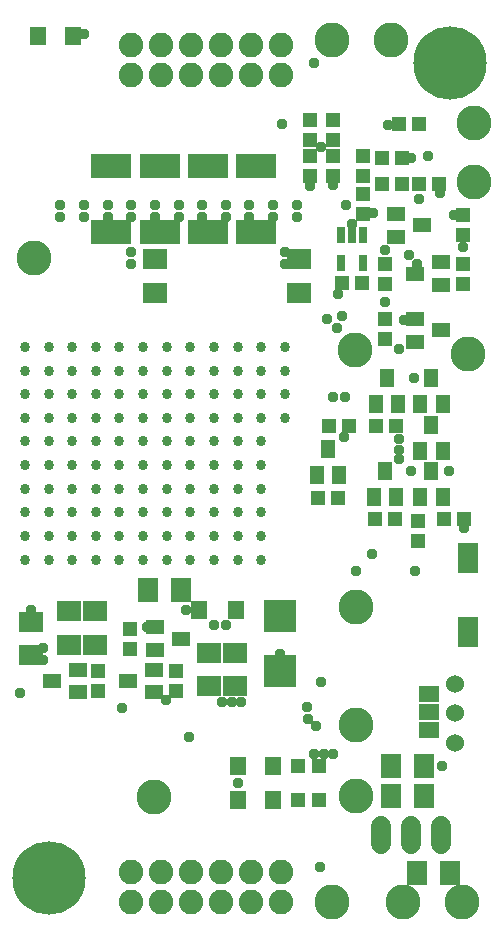
<source format=gbr>
G04 EAGLE Gerber RS-274X export*
G75*
%MOMM*%
%FSLAX34Y34*%
%LPD*%
%INSoldermask Bottom*%
%IPPOS*%
%AMOC8*
5,1,8,0,0,1.08239X$1,22.5*%
G01*
%ADD10R,1.803200X2.003200*%
%ADD11C,1.711200*%
%ADD12R,1.303200X1.203200*%
%ADD13R,0.771200X1.462000*%
%ADD14R,1.603200X1.203200*%
%ADD15R,3.403200X2.003200*%
%ADD16C,2.963200*%
%ADD17R,2.006200X1.803200*%
%ADD18R,1.803200X2.006200*%
%ADD19R,1.203200X1.603200*%
%ADD20R,1.203200X1.303200*%
%ADD21R,1.403200X1.603200*%
%ADD22C,1.524000*%
%ADD23C,2.082800*%
%ADD24R,1.803200X2.503200*%
%ADD25R,2.743200X2.743200*%
%ADD26R,1.317800X1.564400*%
%ADD27R,1.803400X1.371600*%
%ADD28C,3.903200*%
%ADD29C,6.203200*%
%ADD30C,0.959600*%
%ADD31C,0.859600*%


D10*
X358000Y110000D03*
X330000Y110000D03*
D11*
X347000Y84540D02*
X347000Y69460D01*
X321600Y69460D02*
X321600Y84540D01*
X372400Y84540D02*
X372400Y69460D01*
D10*
X358000Y135000D03*
X330000Y135000D03*
X352000Y45000D03*
X380000Y45000D03*
D12*
X322500Y650000D03*
X339500Y650000D03*
X306000Y602500D03*
X306000Y619500D03*
X306000Y634500D03*
X306000Y651500D03*
D13*
X287475Y585192D03*
X297000Y585192D03*
X306525Y585192D03*
X306525Y560808D03*
X287475Y560808D03*
D12*
X325000Y543500D03*
X325000Y560500D03*
X261000Y682500D03*
X261000Y665500D03*
X281000Y665500D03*
X281000Y682500D03*
D14*
X356000Y593000D03*
X334000Y583500D03*
X334000Y602500D03*
D12*
X391000Y584500D03*
X391000Y601500D03*
D14*
X372000Y504000D03*
X350000Y494500D03*
X350000Y513500D03*
X350000Y552000D03*
X372000Y561500D03*
X372000Y542500D03*
D12*
X391000Y560500D03*
X391000Y543500D03*
X325000Y513500D03*
X325000Y496500D03*
D15*
X216000Y643000D03*
X216000Y587000D03*
D16*
X390000Y20000D03*
X300000Y170000D03*
X299500Y487000D03*
X400000Y630000D03*
X280000Y750000D03*
X330000Y750000D03*
D12*
X261000Y651500D03*
X261000Y634500D03*
D17*
X252000Y535780D03*
X252000Y564220D03*
D18*
X152220Y284000D03*
X123780Y284000D03*
D17*
X25000Y257220D03*
X25000Y228780D03*
X130000Y535780D03*
X130000Y564220D03*
D14*
X43000Y207000D03*
X65000Y216500D03*
X65000Y197500D03*
D12*
X82000Y215500D03*
X82000Y198500D03*
D16*
X129000Y109000D03*
X300000Y270000D03*
X28000Y565000D03*
D14*
X152000Y243000D03*
X130000Y233500D03*
X130000Y252500D03*
D19*
X364000Y424000D03*
X373500Y402000D03*
X354500Y402000D03*
D14*
X107000Y207000D03*
X129000Y216500D03*
X129000Y197500D03*
D12*
X148000Y215500D03*
X148000Y198500D03*
D20*
X316500Y344000D03*
X333500Y344000D03*
D12*
X109000Y234500D03*
X109000Y251500D03*
D16*
X395000Y484000D03*
D17*
X176000Y231220D03*
X176000Y202780D03*
D19*
X325000Y385000D03*
X334500Y363000D03*
X315500Y363000D03*
D20*
X374500Y344000D03*
X391500Y344000D03*
D21*
X230000Y106000D03*
X200000Y106000D03*
X61000Y753000D03*
X31000Y753000D03*
X230000Y135000D03*
X200000Y135000D03*
D20*
X268500Y106000D03*
X251500Y106000D03*
X353500Y628000D03*
X370500Y628000D03*
X268500Y135000D03*
X251500Y135000D03*
D16*
X400000Y680000D03*
X300000Y110000D03*
X340000Y20000D03*
X280000Y20000D03*
D12*
X305500Y544000D03*
X288500Y544000D03*
D19*
X326500Y464000D03*
X336000Y442000D03*
X317000Y442000D03*
D20*
X334000Y423000D03*
X317000Y423000D03*
X268000Y362000D03*
X285000Y362000D03*
D19*
X276500Y404000D03*
X286000Y382000D03*
X267000Y382000D03*
D20*
X277500Y423000D03*
X294500Y423000D03*
D19*
X364000Y464000D03*
X373500Y442000D03*
X354500Y442000D03*
X364000Y385000D03*
X373500Y363000D03*
X354500Y363000D03*
D22*
X384000Y155000D03*
X384000Y179892D03*
X384000Y205038D03*
D17*
X57000Y237780D03*
X57000Y266220D03*
D12*
X322500Y628000D03*
X339500Y628000D03*
D23*
X110000Y720000D03*
X110000Y745400D03*
X135400Y720000D03*
X135400Y745400D03*
X160800Y720000D03*
X160800Y745400D03*
X186200Y720000D03*
X186200Y745400D03*
X211600Y720000D03*
X211600Y745400D03*
X237000Y720000D03*
X237000Y745400D03*
X110000Y20000D03*
X110000Y45400D03*
X135400Y20000D03*
X135400Y45400D03*
X160800Y20000D03*
X160800Y45400D03*
X186200Y20000D03*
X186200Y45400D03*
X211600Y20000D03*
X211600Y45400D03*
X237000Y20000D03*
X237000Y45400D03*
D12*
X353000Y342500D03*
X353000Y325500D03*
D24*
X395000Y248500D03*
X395000Y311500D03*
D20*
X281000Y651500D03*
X281000Y634500D03*
D25*
X236000Y262495D03*
X236000Y215505D03*
D26*
X199004Y267000D03*
X166996Y267000D03*
D15*
X175000Y643000D03*
X175000Y587000D03*
D27*
X362000Y165760D03*
X362000Y181000D03*
X362000Y196240D03*
D15*
X134000Y643000D03*
X134000Y587000D03*
X93000Y643000D03*
X93000Y587000D03*
D17*
X198000Y231220D03*
X198000Y202780D03*
X79000Y237780D03*
X79000Y266220D03*
D20*
X353500Y679000D03*
X336500Y679000D03*
D28*
X380000Y730000D03*
D29*
X380000Y730000D03*
D28*
X40000Y40000D03*
D29*
X40000Y40000D03*
D30*
X260000Y175000D03*
X266000Y169000D03*
X259000Y185000D03*
X265000Y145000D03*
X273000Y145000D03*
X281000Y145000D03*
X325000Y528000D03*
X345000Y568000D03*
X288000Y516000D03*
X327000Y678000D03*
X238000Y679000D03*
X270000Y50000D03*
X300000Y300000D03*
X350000Y300000D03*
X383000Y602000D03*
X281000Y627000D03*
X296748Y593748D03*
X285000Y534662D03*
X347000Y650000D03*
X341000Y513000D03*
X139000Y191000D03*
X16000Y197000D03*
X123000Y252500D03*
X392000Y248000D03*
X392000Y337000D03*
X200000Y121000D03*
X290000Y414000D03*
X349189Y463811D03*
X373000Y135000D03*
X284000Y506000D03*
X276000Y514000D03*
X50000Y600000D03*
X50000Y610000D03*
X70000Y610000D03*
X70000Y600000D03*
X90000Y600000D03*
X90000Y610000D03*
X110000Y600000D03*
X110000Y610000D03*
X130000Y610000D03*
X130000Y600000D03*
X150000Y600000D03*
X150000Y610000D03*
X170000Y610000D03*
X170000Y600000D03*
X190000Y600000D03*
X190000Y610000D03*
X210000Y610000D03*
X210000Y600000D03*
X230000Y600000D03*
X230000Y610000D03*
X250000Y600000D03*
X250000Y610000D03*
X291500Y610500D03*
X325000Y572000D03*
X271000Y659000D03*
X337000Y488000D03*
X314000Y315000D03*
X315000Y603000D03*
X159000Y160000D03*
X265000Y730000D03*
X353500Y615000D03*
X391000Y575000D03*
X187000Y189000D03*
X195000Y189000D03*
X203000Y189000D03*
X337000Y412000D03*
X337000Y403000D03*
X337000Y395000D03*
X290630Y448000D03*
X280630Y448000D03*
X352000Y560000D03*
X261000Y626000D03*
D31*
X40000Y490000D03*
X60000Y490000D03*
X60000Y470000D03*
X40000Y470000D03*
X40000Y450000D03*
X60000Y450000D03*
X80000Y450000D03*
X80000Y470000D03*
X80000Y490000D03*
X100000Y490000D03*
X100000Y470000D03*
X100000Y450000D03*
X120000Y450000D03*
X120000Y470000D03*
X120000Y490000D03*
X140000Y490000D03*
X140000Y470000D03*
X140000Y450000D03*
X160000Y450000D03*
X160000Y470000D03*
X160000Y490000D03*
X180000Y490000D03*
X200000Y490000D03*
X200000Y470000D03*
X180000Y470000D03*
X180000Y450000D03*
X200000Y450000D03*
X200000Y430000D03*
X180000Y430000D03*
X160000Y430000D03*
X140000Y430000D03*
X120000Y430000D03*
X100000Y430000D03*
X80000Y430000D03*
X60000Y430000D03*
X40000Y430000D03*
X40000Y410000D03*
X60000Y410000D03*
X80000Y410000D03*
X100000Y410000D03*
X120000Y410000D03*
X140000Y410000D03*
X160000Y410000D03*
X180000Y410000D03*
X200000Y410000D03*
X200000Y390000D03*
X180000Y390000D03*
X160000Y390000D03*
X140000Y390000D03*
X120000Y390000D03*
X100000Y390000D03*
X80000Y390000D03*
X60000Y390000D03*
X40000Y390000D03*
X20000Y390000D03*
X20000Y410000D03*
X20000Y430000D03*
X20000Y450000D03*
X20000Y470000D03*
X20000Y490000D03*
X200000Y370000D03*
X180000Y370000D03*
X160000Y370000D03*
X140000Y370000D03*
X120000Y370000D03*
X100000Y370000D03*
X80000Y370000D03*
X60000Y370000D03*
X40000Y370000D03*
X20000Y370000D03*
X20000Y350000D03*
X20000Y330000D03*
X20000Y310000D03*
X40000Y310000D03*
X60000Y310000D03*
X80000Y310000D03*
X100000Y310000D03*
X120000Y310000D03*
X140000Y310000D03*
X160000Y310000D03*
X180000Y310000D03*
X200000Y310000D03*
X200000Y330000D03*
X200000Y350000D03*
X180000Y350000D03*
X180000Y330000D03*
X160000Y330000D03*
X160000Y350000D03*
X140000Y350000D03*
X140000Y330000D03*
X120000Y330000D03*
X120000Y350000D03*
X100000Y350000D03*
X100000Y330000D03*
X80000Y330000D03*
X80000Y350000D03*
X60000Y350000D03*
X60000Y330000D03*
X40000Y330000D03*
X40000Y350000D03*
X220000Y490000D03*
X240000Y490000D03*
X240000Y470000D03*
X220000Y470000D03*
X220000Y450000D03*
X240000Y450000D03*
X240000Y430000D03*
X220000Y430000D03*
X220000Y410000D03*
X220000Y390000D03*
X220000Y370000D03*
X220000Y350000D03*
X220000Y330000D03*
X220000Y310000D03*
D30*
X156000Y267000D03*
X25000Y267000D03*
X240000Y570000D03*
X240000Y560000D03*
X35000Y225000D03*
X35000Y235000D03*
X236000Y230000D03*
X110000Y560000D03*
X110000Y570000D03*
X190000Y255000D03*
X180000Y255000D03*
X102000Y184000D03*
X271000Y206000D03*
X70000Y755296D03*
X371306Y620000D03*
X347000Y385000D03*
X379000Y385000D03*
X361000Y652000D03*
X392000Y311000D03*
M02*

</source>
